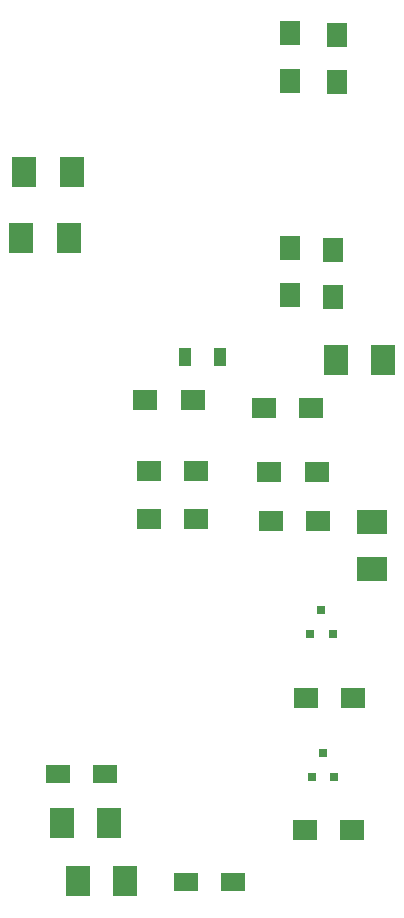
<source format=gtp>
G04 #@! TF.GenerationSoftware,KiCad,Pcbnew,(2017-09-22 revision df472e6)-master*
G04 #@! TF.CreationDate,2017-12-26T12:10:05-08:00*
G04 #@! TF.ProjectId,ody_adap,6F64795F616461702E6B696361645F70,rev?*
G04 #@! TF.SameCoordinates,Original*
G04 #@! TF.FileFunction,Paste,Top*
G04 #@! TF.FilePolarity,Positive*
%FSLAX46Y46*%
G04 Gerber Fmt 4.6, Leading zero omitted, Abs format (unit mm)*
G04 Created by KiCad (PCBNEW (2017-09-22 revision df472e6)-master) date Tue Dec 26 12:10:05 2017*
%MOMM*%
%LPD*%
G01*
G04 APERTURE LIST*
%ADD10R,2.000000X2.500000*%
%ADD11R,2.000000X1.600000*%
%ADD12R,2.500000X2.000000*%
%ADD13R,1.000000X1.600000*%
%ADD14R,0.800100X0.800100*%
%ADD15R,2.000000X1.700000*%
%ADD16R,1.700000X2.000000*%
G04 APERTURE END LIST*
D10*
X103100000Y-124300000D03*
X107100000Y-124300000D03*
X126300000Y-85100000D03*
X130300000Y-85100000D03*
D11*
X113600000Y-129300000D03*
X117600000Y-129300000D03*
D12*
X129350000Y-102800000D03*
X129350000Y-98800000D03*
D10*
X103700000Y-74750000D03*
X99700000Y-74750000D03*
D11*
X106800000Y-120150000D03*
X102800000Y-120150000D03*
D10*
X103950000Y-69150000D03*
X99950000Y-69150000D03*
X104450000Y-129250000D03*
X108450000Y-129250000D03*
D13*
X116550000Y-84850000D03*
X113550000Y-84850000D03*
D14*
X125250000Y-118401780D03*
X126200000Y-120400760D03*
X124300000Y-120400760D03*
X124150000Y-108300760D03*
X126050000Y-108300760D03*
X125100000Y-106301780D03*
D15*
X123700000Y-124900000D03*
X127700000Y-124900000D03*
X127800000Y-113700000D03*
X123800000Y-113700000D03*
D16*
X122450000Y-57450000D03*
X122450000Y-61450000D03*
X126450000Y-61600000D03*
X126450000Y-57600000D03*
X122400000Y-79600000D03*
X122400000Y-75600000D03*
X126100000Y-75800000D03*
X126100000Y-79800000D03*
D15*
X124700000Y-94600000D03*
X120700000Y-94600000D03*
X114200000Y-88500000D03*
X110200000Y-88500000D03*
X124800000Y-98700000D03*
X120800000Y-98700000D03*
X120200000Y-89150000D03*
X124200000Y-89150000D03*
X110500000Y-94500000D03*
X114500000Y-94500000D03*
X114500000Y-98600000D03*
X110500000Y-98600000D03*
M02*

</source>
